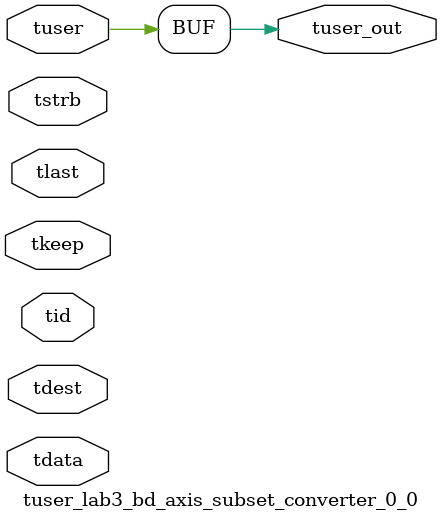
<source format=v>


`timescale 1ps/1ps

module tuser_lab3_bd_axis_subset_converter_0_0 #
(
parameter C_S_AXIS_TUSER_WIDTH = 1,
parameter C_S_AXIS_TDATA_WIDTH = 32,
parameter C_S_AXIS_TID_WIDTH   = 0,
parameter C_S_AXIS_TDEST_WIDTH = 0,
parameter C_M_AXIS_TUSER_WIDTH = 1
)
(
input  [(C_S_AXIS_TUSER_WIDTH == 0 ? 1 : C_S_AXIS_TUSER_WIDTH)-1:0     ] tuser,
input  [(C_S_AXIS_TDATA_WIDTH == 0 ? 1 : C_S_AXIS_TDATA_WIDTH)-1:0     ] tdata,
input  [(C_S_AXIS_TID_WIDTH   == 0 ? 1 : C_S_AXIS_TID_WIDTH)-1:0       ] tid,
input  [(C_S_AXIS_TDEST_WIDTH == 0 ? 1 : C_S_AXIS_TDEST_WIDTH)-1:0     ] tdest,
input  [(C_S_AXIS_TDATA_WIDTH/8)-1:0 ] tkeep,
input  [(C_S_AXIS_TDATA_WIDTH/8)-1:0 ] tstrb,
input                                                                    tlast,
output [C_M_AXIS_TUSER_WIDTH-1:0] tuser_out
);

assign tuser_out = {tuser[0:0]};

endmodule


</source>
